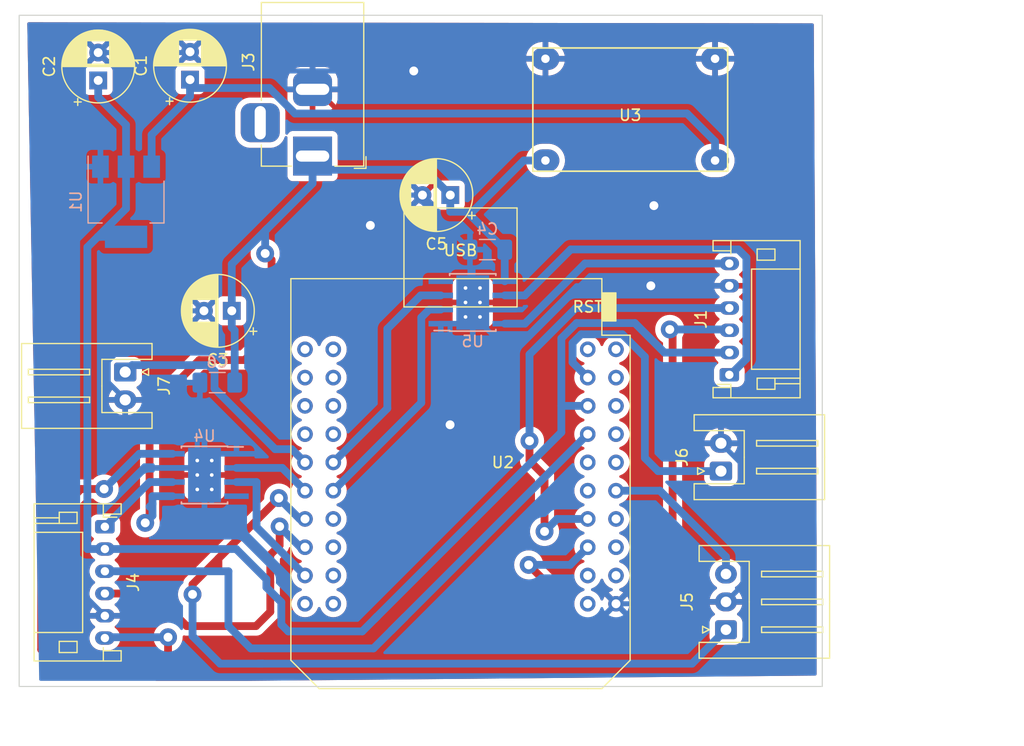
<source format=kicad_pcb>
(kicad_pcb (version 20211014) (generator pcbnew)
  (layers (0 "F.Cu" signal) (31 "B.Cu" signal) (34 "B.Paste" user) (35 "F.Paste" user) (36 "B.SilkS" user "B.Silkscreen") (37 "F.SilkS" user "F.Silkscreen") (38 "B.Mask" user) (39 "F.Mask" user) (44 "Edge.Cuts" user))
  (net 0 "")
  (net 1 "+5V")
  (net 2 "GND")
  (net 3 "+3V3")
  (net 7 "+12V")
  (net 8 "Out_M2A")
  (net 9 "ENC2_A")
  (net 10 "ENC2_B")
  (net 11 "Out_M2B")
  (net 15 "Out_M1A")
  (net 17 "ENC1_A")
  (net 19 "ENC1_B")
  (net 20 "Out_M1B")
  (net 21 "BUT_01")
  (net 27 "BUT_02")
  (net 29 "M2A")
  (net 30 "M2B")
  (net 35 "M1A")
  (net 36 "M1B")
  (net 44 "END_2")
  (net 45 "END_1")
  (footprint "Connector_JST:JST_XH_S2B-XH-A_1x02_P2.50mm_Horizontal" (layer "F.Cu") (at 179.2583 60.2849 90)
    (fp_text reference "J6" (at 1.25 -3.5 90) (layer "F.SilkS"))
    (fp_text value "End 2")
    (pad "1" thru_hole roundrect (at 0 0 90) (size 1.7 2) (drill 1) (layers *.Cu *.Mask) (roundrect_rratio 0.147059) (net 44 "END_2"))
    (pad "2" thru_hole oval (at 2.5 0 90) (size 1.7 2) (drill 1) (layers *.Cu *.Mask) (net 2 "GND"))
  )
  (footprint "Connector_JST:JST_XH_S3B-XH-A_1x03_P2.50mm_Horizontal" (layer "F.Cu") (at 179.7083 74.5349 90)
    (fp_text reference "J5" (at 2.5 -3.5 90) (layer "F.SilkS"))
    (fp_text value "Conn_01x03")
    (pad "1" thru_hole roundrect (at 0 0 90) (size 1.7 1.95) (drill 0.95) (layers *.Cu *.Mask) (roundrect_rratio 0.147059) (net 21 "BUT_01"))
    (pad "2" thru_hole oval (at 2.5 0 90) (size 1.7 1.95) (drill 0.95) (layers *.Cu *.Mask) (net 2 "GND"))
    (pad "3" thru_hole oval (at 5 0 90) (size 1.7 1.95) (drill 0.95) (layers *.Cu *.Mask) (net 27 "BUT_02"))
  )
  (footprint "Connector_JST:JST_PH_S6B-PH-K_1x06_P2.00mm_Horizontal" (layer "F.Cu") (at 180.0083 51.6349 90)
    (fp_text reference "J1" (at 5 -2.55 90) (layer "F.SilkS"))
    (fp_text value "MOT 2")
    (pad "1" thru_hole roundrect (at 0 0 90) (size 1.2 1.75) (drill 0.75) (layers *.Cu *.Mask) (roundrect_rratio 0.2083333333) (net 8 "Out_M2A"))
    (pad "2" thru_hole oval (at 2 0 90) (size 1.2 1.75) (drill 0.75) (layers *.Cu *.Mask) (net 3 "+3V3"))
    (pad "3" thru_hole oval (at 4 0 90) (size 1.2 1.75) (drill 0.75) (layers *.Cu *.Mask) (net 9 "ENC2_A"))
    (pad "4" thru_hole oval (at 6 0 90) (size 1.2 1.75) (drill 0.75) (layers *.Cu *.Mask) (net 10 "ENC2_B"))
    (pad "5" thru_hole oval (at 8 0 90) (size 1.2 1.75) (drill 0.75) (layers *.Cu *.Mask) (net 2 "GND"))
    (pad "6" thru_hole oval (at 10 0 90) (size 1.2 1.75) (drill 0.75) (layers *.Cu *.Mask) (net 11 "Out_M2B"))
  )
  (footprint "Capacitor_THT:CP_Radial_D6.3mm_P2.50mm" (layer "F.Cu") (at 154.9407 35.4849 180)
    (fp_text reference "C5" (at 1.25 -4.4) (layer "F.SilkS"))
    (fp_text value "47uF")
    (pad "1" thru_hole rect (at 0 0 180) (size 1.6 1.6) (drill 0.8) (layers *.Cu *.Mask) (net 7 "+12V"))
    (pad "2" thru_hole circle (at 2.5 0 180) (size 1.6 1.6) (drill 0.8) (layers *.Cu *.Mask) (net 2 "GND"))
  )
  (footprint "ESP32_mini:ESP32_mini" (layer "F.Cu") (at 155.8583 60.7749 180)
    (fp_text reference "U2" (at -3.81 1.27) (layer "F.SilkS"))
    (fp_text value "mini_esp32")
    (fp_text user "USB" (at 0 20.32) (layer "F.SilkS"))
    (fp_text user "RST" (at -11.43 15.24) (layer "F.SilkS"))
    (pad "1" thru_hole circle locked (at -13.97 -11.43 90) (size 1.4 1.4) (drill 0.8) (layers *.Cu *.Mask) (net 2 "GND"))
    (pad "2" thru_hole circle locked (at -11.43 -11.43 90) (size 1.4 1.4) (drill 0.8) (layers *.Cu *.Mask))
    (pad "3" thru_hole circle locked (at -13.97 -8.89 90) (size 1.4 1.4) (drill 0.8) (layers *.Cu *.Mask))
    (pad "4" thru_hole circle locked (at -11.43 -8.89 90) (size 1.4 1.4) (drill 0.8) (layers *.Cu *.Mask))
    (pad "5" thru_hole circle locked (at -13.97 -6.35 90) (size 1.4 1.4) (drill 0.8) (layers *.Cu *.Mask))
    (pad "6" thru_hole circle locked (at -11.43 -6.35 90) (size 1.4 1.4) (drill 0.8) (layers *.Cu *.Mask) (net 9 "ENC2_A"))
    (pad "7" thru_hole circle locked (at -13.97 -3.81 90) (size 1.4 1.4) (drill 0.8) (layers *.Cu *.Mask))
    (pad "8" thru_hole circle locked (at -11.43 -3.81 90) (size 1.4 1.4) (drill 0.8) (layers *.Cu *.Mask) (net 10 "ENC2_B"))
    (pad "9" thru_hole circle locked (at -13.97 -1.27 90) (size 1.4 1.4) (drill 0.8) (layers *.Cu *.Mask) (net 27 "BUT_02"))
    (pad "10" thru_hole circle locked (at -11.43 -1.27 90) (size 1.4 1.4) (drill 0.8) (layers *.Cu *.Mask))
    (pad "11" thru_hole circle locked (at -13.97 1.27 90) (size 1.4 1.4) (drill 0.8) (layers *.Cu *.Mask))
    (pad "12" thru_hole circle locked (at -11.43 1.27 90) (size 1.4 1.4) (drill 0.8) (layers *.Cu *.Mask))
    (pad "13" thru_hole circle locked (at -13.97 3.81 90) (size 1.4 1.4) (drill 0.8) (layers *.Cu *.Mask))
    (pad "14" thru_hole circle locked (at -11.43 3.81 90) (size 1.4 1.4) (drill 0.8) (layers *.Cu *.Mask) (net 17 "ENC1_A"))
    (pad "15" thru_hole circle locked (at -13.97 6.35 90) (size 1.4 1.4) (drill 0.8) (layers *.Cu *.Mask))
    (pad "16" thru_hole circle locked (at -11.43 6.35 90) (size 1.4 1.4) (drill 0.8) (layers *.Cu *.Mask) (net 3 "+3V3"))
    (pad "17" thru_hole circle locked (at -13.97 8.89 90) (size 1.4 1.4) (drill 0.8) (layers *.Cu *.Mask))
    (pad "18" thru_hole circle locked (at -11.43 8.89 90) (size 1.4 1.4) (drill 0.8) (layers *.Cu *.Mask) (net 44 "END_2"))
    (pad "19" thru_hole circle locked (at -13.97 11.43 90) (size 1.4 1.4) (drill 0.8) (layers *.Cu *.Mask))
    (pad "20" thru_hole circle locked (at -11.43 11.43 90) (size 1.4 1.4) (drill 0.8) (layers *.Cu *.Mask))
    (pad "21" thru_hole circle locked (at 11.43 -11.43 90) (size 1.4 1.4) (drill 0.8) (layers *.Cu *.Mask))
    (pad "22" thru_hole circle locked (at 13.97 -11.43 90) (size 1.4 1.4) (drill 0.8) (layers *.Cu *.Mask))
    (pad "23" thru_hole circle locked (at 11.43 -8.89 90) (size 1.4 1.4) (drill 0.8) (layers *.Cu *.Mask))
    (pad "24" thru_hole circle locked (at 13.97 -8.89 90) (size 1.4 1.4) (drill 0.8) (layers *.Cu *.Mask) (net 35 "M1A"))
    (pad "25" thru_hole circle locked (at 11.43 -6.35 90) (size 1.4 1.4) (drill 0.8) (layers *.Cu *.Mask))
    (pad "26" thru_hole circle locked (at 13.97 -6.35 90) (size 1.4 1.4) (drill 0.8) (layers *.Cu *.Mask) (net 19 "ENC1_B"))
    (pad "27" thru_hole circle locked (at 11.43 -3.81 90) (size 1.4 1.4) (drill 0.8) (layers *.Cu *.Mask))
    (pad "28" thru_hole circle locked (at 13.97 -3.81 90) (size 1.4 1.4) (drill 0.8) (layers *.Cu *.Mask) (net 21 "BUT_01"))
    (pad "29" thru_hole circle locked (at 11.43 -1.27 90) (size 1.4 1.4) (drill 0.8) (layers *.Cu *.Mask) (net 30 "M2B"))
    (pad "30" thru_hole circle locked (at 13.97 -1.27 90) (size 1.4 1.4) (drill 0.8) (layers *.Cu *.Mask) (net 36 "M1B"))
    (pad "31" thru_hole circle locked (at 11.43 1.27 90) (size 1.4 1.4) (drill 0.8) (layers *.Cu *.Mask) (net 29 "M2A"))
    (pad "32" thru_hole circle locked (at 13.97 1.27 90) (size 1.4 1.4) (drill 0.8) (layers *.Cu *.Mask) (net 45 "END_1"))
    (pad "33" thru_hole circle locked (at 11.43 3.81 90) (size 1.4 1.4) (drill 0.8) (layers *.Cu *.Mask))
    (pad "34" thru_hole circle locked (at 13.97 3.81 90) (size 1.4 1.4) (drill 0.8) (layers *.Cu *.Mask))
    (pad "35" thru_hole circle locked (at 11.43 6.35 90) (size 1.4 1.4) (drill 0.8) (layers *.Cu *.Mask))
    (pad "36" thru_hole circle locked (at 13.97 6.35 90) (size 1.4 1.4) (drill 0.8) (layers *.Cu *.Mask))
    (pad "37" thru_hole circle locked (at 11.43 8.89 90) (size 1.4 1.4) (drill 0.8) (layers *.Cu *.Mask))
    (pad "38" thru_hole circle locked (at 13.97 8.89 90) (size 1.4 1.4) (drill 0.8) (layers *.Cu *.Mask))
    (pad "39" thru_hole circle locked (at 11.43 11.43 90) (size 1.4 1.4) (drill 0.8) (layers *.Cu *.Mask))
    (pad "40" thru_hole circle locked (at 13.97 11.43 90) (size 1.4 1.4) (drill 0.8) (layers *.Cu *.Mask))
  )
  (footprint "Capacitor_THT:CP_Radial_D6.3mm_P2.50mm" (layer "F.Cu") (at 135.3083 45.8849 180)
    (fp_text reference "C3" (at 1.25 -4.4) (layer "F.SilkS"))
    (fp_text value "47uF")
    (pad "1" thru_hole rect (at 0 0 180) (size 1.6 1.6) (drill 0.8) (layers *.Cu *.Mask) (net 7 "+12V"))
    (pad "2" thru_hole circle (at 2.5 0 180) (size 1.6 1.6) (drill 0.8) (layers *.Cu *.Mask) (net 2 "GND"))
  )
  (footprint "Connector_JST:JST_XH_S2B-XH-A_1x02_P2.50mm_Horizontal" (layer "F.Cu") (at 125.7333 51.3849 -90)
    (fp_text reference "J7" (at 1.25 -3.5 90) (layer "F.SilkS"))
    (fp_text value "End 1")
    (pad "1" thru_hole roundrect (at 0 0 270) (size 1.7 2) (drill 1) (layers *.Cu *.Mask) (roundrect_rratio 0.147059) (net 45 "END_1"))
    (pad "2" thru_hole oval (at 2.5 0 270) (size 1.7 2) (drill 1) (layers *.Cu *.Mask) (net 2 "GND"))
  )
  (footprint "Mini360_step-down:Mini360_step-down" (layer "F.Cu") (at 171.1083 27.8099)
    (fp_text reference "U3" (at 0 0.5) (layer "F.SilkS"))
    (fp_text value "Mini360")
    (pad "1" thru_hole oval locked (at -7.62 -4.57) (size 2.5 2) (drill 0.762) (layers *.Cu *.Mask) (net 2 "GND"))
    (pad "2" thru_hole oval locked (at -7.62 4.57) (size 2.5 2) (drill 0.762) (layers *.Cu *.Mask) (net 7 "+12V"))
    (pad "3" thru_hole oval locked (at 7.62 -4.57) (size 2.5 2) (drill 0.762) (layers *.Cu *.Mask) (net 2 "GND"))
    (pad "4" thru_hole oval locked (at 7.62 4.57) (size 2.5 2) (drill 0.762) (layers *.Cu *.Mask) (net 1 "+5V"))
  )
  (footprint "Capacitor_THT:CP_Radial_D6.3mm_P2.50mm" (layer "F.Cu") (at 123.3083 25.1849 90)
    (fp_text reference "C2" (at 1.25 -4.4 90) (layer "F.SilkS"))
    (fp_text value "2.2uF")
    (pad "1" thru_hole rect (at 0 0 90) (size 1.6 1.6) (drill 0.8) (layers *.Cu *.Mask) (net 3 "+3V3"))
    (pad "2" thru_hole circle (at 2.5 0 90) (size 1.6 1.6) (drill 0.8) (layers *.Cu *.Mask) (net 2 "GND"))
  )
  (footprint "Capacitor_THT:CP_Radial_D6.3mm_P2.50mm" (layer "F.Cu") (at 131.5583 25.1173 90)
    (fp_text reference "C1" (at 1.25 -4.4 90) (layer "F.SilkS"))
    (fp_text value "1uF")
    (pad "1" thru_hole rect (at 0 0 90) (size 1.6 1.6) (drill 0.8) (layers *.Cu *.Mask) (net 1 "+5V"))
    (pad "2" thru_hole circle (at 2.5 0 90) (size 1.6 1.6) (drill 0.8) (layers *.Cu *.Mask) (net 2 "GND"))
  )
  (footprint "Connector_BarrelJack:BarrelJack_Horizontal" (layer "F.Cu") (at 142.5658 31.9849 -90)
    (fp_text reference "J3" (at -8.45 5.75 90) (layer "F.SilkS"))
    (fp_text value "Barrel_Jack_Switch")
    (pad "1" thru_hole rect (at 0 0 270) (size 3.5 3.5) (drill oval 1 3) (layers *.Cu *.Mask) (net 7 "+12V"))
    (pad "2" thru_hole roundrect (at -6 0 270) (size 3 3.5) (drill oval 1 3) (layers *.Cu *.Mask) (net 2 "GND"))
    (pad "3" thru_hole roundrect (at -3 4.7 270) (size 3.5 3.5) (drill oval 3 1) (layers *.Cu *.Mask))
  )
  (footprint "Connector_JST:JST_PH_S6B-PH-K_1x06_P2.00mm_Horizontal" (layer "F.Cu") (at 123.9083 65.2849 -90)
    (fp_text reference "J4" (at 5 -2.55 90) (layer "F.SilkS"))
    (fp_text value "MOT 1")
    (pad "1" thru_hole roundrect (at 0 0 270) (size 1.2 1.75) (drill 0.75) (layers *.Cu *.Mask) (roundrect_rratio 0.2083333333) (net 15 "Out_M1A"))
    (pad "2" thru_hole oval (at 2 0 270) (size 1.2 1.75) (drill 0.75) (layers *.Cu *.Mask) (net 3 "+3V3"))
    (pad "3" thru_hole oval (at 4 0 270) (size 1.2 1.75) (drill 0.75) (layers *.Cu *.Mask) (net 17 "ENC1_A"))
    (pad "4" thru_hole oval (at 6 0 270) (size 1.2 1.75) (drill 0.75) (layers *.Cu *.Mask) (net 19 "ENC1_B"))
    (pad "5" thru_hole oval (at 8 0 270) (size 1.2 1.75) (drill 0.75) (layers *.Cu *.Mask) (net 2 "GND"))
    (pad "6" thru_hole oval (at 10 0 270) (size 1.2 1.75) (drill 0.75) (layers *.Cu *.Mask) (net 20 "Out_M1B"))
  )
  (footprint "Capacitor_SMD:C_1206_3216Metric_Pad1.33x1.80mm_HandSolder" (layer "B.Cu") (at 158.2708 40.3849 180)
    (fp_text reference "C4" (at 0 1.85) (layer "B.SilkS") (effects (justify mirror)))
    (fp_text value "0.1uF")
    (pad "1" smd roundrect (at -1.5625 0 180) (size 1.325 1.8) (layers "B.Cu" "B.Paste" "B.Mask") (roundrect_rratio 0.1886792453) (net 7 "+12V"))
    (pad "2" smd roundrect (at 1.5625 0 180) (size 1.325 1.8) (layers "B.Cu" "B.Paste" "B.Mask") (roundrect_rratio 0.1886792453) (net 2 "GND"))
  )
  (footprint "Package_TO_SOT_SMD:SOT-223-3_TabPin2" (layer "B.Cu") (at 125.8083 36.0849 -90)
    (fp_text reference "U1" (at 0 4.5 90) (layer "B.SilkS") (effects (justify mirror)))
    (fp_text value "AP1117-33")
    (pad "1" smd rect (at -3.15 2.3 270) (size 2 1.5) (layers "B.Cu" "B.Paste" "B.Mask") (net 2 "GND"))
    (pad "2" smd rect (at 3.15 0 270) (size 2 3.8) (layers "B.Cu" "B.Paste" "B.Mask") (net 3 "+3V3"))
    (pad "2" smd rect (at -3.15 0 270) (size 2 1.5) (layers "B.Cu" "B.Paste" "B.Mask") (net 3 "+3V3"))
    (pad "3" smd rect (at -3.15 -2.3 270) (size 2 1.5) (layers "B.Cu" "B.Paste" "B.Mask") (net 1 "+5V"))
  )
  (footprint "Package_SO:Texas_HTSOP-8-1EP_3.9x4.9mm_P1.27mm_EP2.95x4.9mm_Mask2.4x3.1mm_ThermalVias" (layer "B.Cu") (at 132.8583 60.6349 180)
    (fp_text reference "U4" (at 0 3.5) (layer "B.SilkS") (effects (justify mirror)))
    (fp_text value "DRV8872DDA")
    (pad "1" smd rect (at -2.875 1.905 180) (size 2.2 0.5) (layers "B.Cu" "B.Paste" "B.Mask") (net 2 "GND"))
    (pad "2" smd rect (at -2.875 0.635 180) (size 2.2 0.5) (layers "B.Cu" "B.Paste" "B.Mask") (net 36 "M1B"))
    (pad "3" smd rect (at -2.875 -0.635 180) (size 2.2 0.5) (layers "B.Cu" "B.Paste" "B.Mask") (net 35 "M1A"))
    (pad "4" smd rect (at -2.875 -1.905 180) (size 2.2 0.5) (layers "B.Cu" "B.Paste" "B.Mask"))
    (pad "5" smd rect (at 2.875 -1.905 180) (size 2.2 0.5) (layers "B.Cu" "B.Paste" "B.Mask") (net 7 "+12V"))
    (pad "6" smd rect (at 2.875 -0.635 180) (size 2.2 0.5) (layers "B.Cu" "B.Paste" "B.Mask") (net 15 "Out_M1A"))
    (pad "7" smd rect (at 2.875 0.635 180) (size 2.2 0.5) (layers "B.Cu" "B.Paste" "B.Mask") (net 2 "GND"))
    (pad "8" smd rect (at 2.875 1.905 180) (size 2.2 0.5) (layers "B.Cu" "B.Paste" "B.Mask") (net 20 "Out_M1B"))
    (pad "9" smd rect (at 0 0 180) (size 2.95 4.9) (layers "B.Cu") (net 2 "GND"))
    (pad "9" thru_hole circle (at -0.65 1.3 180) (size 0.63 0.63) (drill 0.33) (layers *.Cu *.Mask) (net 2 "GND"))
    (pad "9" thru_hole circle (at -0.65 -1.3 180) (size 0.63 0.63) (drill 0.33) (layers *.Cu *.Mask) (net 2 "GND"))
    (pad "9" thru_hole circle (at 0.65 0 180) (size 0.63 0.63) (drill 0.33) (layers *.Cu *.Mask) (net 2 "GND"))
    (pad "9" thru_hole circle (at 0.65 -1.3 180) (size 0.63 0.63) (drill 0.33) (layers *.Cu *.Mask) (net 2 "GND"))
    (pad "9" thru_hole circle (at 0.65 1.3 180) (size 0.63 0.63) (drill 0.33) (layers *.Cu *.Mask) (net 2 "GND"))
    (pad "9" thru_hole circle (at -0.65 0 180) (size 0.63 0.63) (drill 0.33) (layers *.Cu *.Mask) (net 2 "GND"))
    (pad "9" smd rect (at 0 0 180) (size 2.6 3.3) (layers "F.Cu") (net 2 "GND"))
  )
  (footprint "Package_SO:Texas_HTSOP-8-1EP_3.9x4.9mm_P1.27mm_EP2.95x4.9mm_Mask2.4x3.1mm_ThermalVias" (layer "B.Cu") (at 156.9583 45.1349)
    (fp_text reference "U5" (at 0 3.5) (layer "B.SilkS") (effects (justify mirror)))
    (fp_text value "DRV8872DDA")
    (pad "1" smd rect (at -2.875 1.905) (size 2.2 0.5) (layers "B.Cu" "B.Paste" "B.Mask") (net 2 "GND"))
    (pad "2" smd rect (at -2.875 0.635) (size 2.2 0.5) (layers "B.Cu" "B.Paste" "B.Mask") (net 30 "M2B"))
    (pad "3" smd rect (at -2.875 -0.635) (size 2.2 0.5) (layers "B.Cu" "B.Paste" "B.Mask") (net 29 "M2A"))
    (pad "4" smd rect (at -2.875 -1.905) (size 2.2 0.5) (layers "B.Cu" "B.Paste" "B.Mask"))
    (pad "5" smd rect (at 2.875 -1.905) (size 2.2 0.5) (layers "B.Cu" "B.Paste" "B.Mask") (net 7 "+12V"))
    (pad "6" smd rect (at 2.875 -0.635) (size 2.2 0.5) (layers "B.Cu" "B.Paste" "B.Mask") (net 8 "Out_M2A"))
    (pad "7" smd rect (at 2.875 0.635) (size 2.2 0.5) (layers "B.Cu" "B.Paste" "B.Mask") (net 2 "GND"))
    (pad "8" smd rect (at 2.875 1.905) (size 2.2 0.5) (layers "B.Cu" "B.Paste" "B.Mask") (net 11 "Out_M2B"))
    (pad "9" thru_hole circle (at 0.65 1.3) (size 0.63 0.63) (drill 0.33) (layers *.Cu *.Mask) (net 2 "GND"))
    (pad "9" smd rect (at 0 0) (size 2.95 4.9) (layers "B.Cu") (net 2 "GND"))
    (pad "9" thru_hole circle (at -0.65 1.3) (size 0.63 0.63) (drill 0.33) (layers *.Cu *.Mask) (net 2 "GND"))
    (pad "9" smd rect (at 0 0) (size 2.6 3.3) (layers "F.Cu") (net 2 "GND"))
    (pad "9" thru_hole circle (at 0.65 -1.3) (size 0.63 0.63) (drill 0.33) (layers *.Cu *.Mask) (net 2 "GND"))
    (pad "9" thru_hole circle (at -0.65 -1.3) (size 0.63 0.63) (drill 0.33) (layers *.Cu *.Mask) (net 2 "GND"))
    (pad "9" thru_hole circle (at -0.65 0) (size 0.63 0.63) (drill 0.33) (layers *.Cu *.Mask) (net 2 "GND"))
    (pad "9" thru_hole circle (at 0.65 0) (size 0.63 0.63) (drill 0.33) (layers *.Cu *.Mask) (net 2 "GND"))
  )
  (footprint "Capacitor_SMD:C_1206_3216Metric_Pad1.33x1.80mm_HandSolder" (layer "B.Cu") (at 134.0083 52.3349 180)
    (fp_text reference "C6" (at 0 1.85) (layer "B.SilkS") (effects (justify mirror)))
    (fp_text value "0.1uF")
    (pad "1" smd roundrect (at -1.5625 0 180) (size 1.325 1.8) (layers "B.Cu" "B.Paste" "B.Mask") (roundrect_rratio 0.1886792453) (net 7 "+12V"))
    (pad "2" smd roundrect (at 1.5625 0 180) (size 1.325 1.8) (layers "B.Cu" "B.Paste" "B.Mask") (roundrect_rratio 0.1886792453) (net 2 "GND"))
  )
  (gr_rect (start 116.20831 19.332538) (end 188.360763 79.6349) (layer "Edge.Cuts") (width 0.1) (fill none))
  (segment (start 131.5583 25.1173) (end 131.5583 25.8673) (width 0.7) (layer "B.Cu") (net 1))
  (segment (start 131.5583 25.8673) (end 138.6904 25.8673) (width 0.7) (layer "B.Cu") (net 1))
  (segment (start 128.1083 30.0673) (end 131.5583 26.6173) (width 0.7) (layer "B.Cu") (net 1))
  (segment (start 176.2095 28.1611) (end 178.7283 30.6799) (width 0.7) (layer "B.Cu") (net 1))
  (segment (start 140.9842 28.1611) (end 176.2095 28.1611) (width 0.7) (layer "B.Cu") (net 1))
  (segment (start 131.5583 25.8673) (end 131.5583 26.6173) (width 0.7) (layer "B.Cu") (net 1))
  (segment (start 178.7283 32.3799) (end 178.7283 30.6799) (width 0.7) (layer "B.Cu") (net 1))
  (segment (start 138.6904 25.8673) (end 140.9842 28.1611) (width 0.7) (layer "B.Cu") (net 1))
  (segment (start 128.1083 32.9349) (end 128.1083 30.0673) (width 0.7) (layer "B.Cu") (net 1))
  (segment (start 173.23331 43.3599) (end 172.95831 43.6349) (width 0.45) (layer "F.Cu") (net 2))
  (segment (start 132.8583 60.6349) (end 133.5083 60.6349) (width 0.45) (layer "F.Cu") (net 2))
  (segment (start 147.75831 48.9599) (end 154.9208 56.12239) (width 0.45) (layer "F.Cu") (net 2))
  (segment (start 142.9407 25.9849) (end 142.5658 25.9849) (width 0.45) (layer "F.Cu") (net 2))
  (segment (start 151.65831 24.3349) (end 151.65831 26.6099) (width 0.45) (layer "F.Cu") (net 2))
  (segment (start 147.612005 30.656205) (end 142.9407 25.9849) (width 0.45) (layer "F.Cu") (net 2))
  (segment (start 173.23331 36.4349) (end 173.23331 43.3599) (width 0.45) (layer "F.Cu") (net 2))
  (segment (start 147.75831 38.2099) (end 147.75831 48.9599) (width 0.45) (layer "F.Cu") (net 2))
  (segment (start 147.77081 30.4974) (end 147.77081 38.1974) (width 0.45) (layer "F.Cu") (net 2))
  (segment (start 179.2583 57.7849) (end 179.2583 56.3599) (width 0.45) (layer "F.Cu") (net 2))
  (segment (start 147.77081 38.1974) (end 147.75831 38.2099) (width 0.45) (layer "F.Cu") (net 2))
  (segment (start 156.9583 45.1349) (end 157.6083 45.1349) (width 0.45) (layer "F.Cu") (net 2))
  (segment (start 147.77081 30.4974) (end 147.612005 30.656205) (width 0.45) (layer "F.Cu") (net 2))
  (segment (start 151.65831 26.6099) (end 147.77081 30.4974) (width 0.45) (layer "F.Cu") (net 2))
  (via (at 154.9208 56.12239) (size 1.6) (drill 0.8) (layers "F.Cu" "B.Cu") (net 2))
  (via (at 147.75831 38.2099) (size 1.6) (drill 0.8) (layers "F.Cu" "B.Cu") (net 2))
  (via (at 173.23331 36.4349) (size 1.6) (drill 0.8) (layers "F.Cu" "B.Cu") (net 2))
  (via (at 172.95831 43.6349) (size 1.6) (drill 0.8) (layers "F.Cu" "B.Cu") (net 2))
  (via (at 151.65831 24.3349) (size 1.6) (drill 0.8) (layers "F.Cu" "B.Cu") (net 2))
  (segment (start 132.2083 60.6349) (end 132.8583 60.6349) (width 0.45) (layer "B.Cu") (net 2))
  (segment (start 121.4571 33.7111) (end 121.4571 70.8337) (width 0.45) (layer "B.Cu") (net 2))
  (segment (start 160.5683 24.3349) (end 161.6633 23.2399) (width 0.45) (layer "B.Cu") (net 2))
  (segment (start 122.2333 32.9349) (end 121.4571 33.7111) (width 0.45) (layer "B.Cu") (net 2))
  (segment (start 124.207 52.3064) (end 124.207 50.419) (width 0.45) (layer "B.Cu") (net 2))
  (segment (start 123.5083 32.9349) (end 122.2333 32.9349) (width 0.45) (layer "B.Cu") (net 2))
  (segment (start 132.2083 59.9999) (end 131.6583 59.9999) (width 0.45) (layer "B.Cu") (net 2))
  (segment (start 125.7333 53.8849) (end 125.9718 53.8849) (width 0.45) (layer "B.Cu") (net 2))
  (segment (start 123.3083 22.6849) (end 121.9791 24.0141) (width 0.45) (layer "B.Cu") (net 2))
  (segment (start 125.9718 53.8849) (end 125.7855 53.8849) (width 0.45) (layer "B.Cu") (net 2))
  (segment (start 133.5083 61.9349) (end 133.5083 60.6349) (width 0.45) (layer "B.Cu") (net 2))
  (segment (start 147.75831 38.2099) (end 150.48331 35.4849) (width 0.45) (layer "B.Cu") (net 2))
  (segment (start 142.5658 24.3349) (end 149.95831 24.3349) (width 0.45) (layer "B.Cu") (net 2))
  (segment (start 157.6083 46.4349) (end 156.3083 46.4349) (width 0.45) (layer "B.Cu") (net 2))
  (segment (start 125.9718 53.8849) (end 127.3083 53.8849) (width 0.45) (layer "B.Cu") (net 2))
  (segment (start 142.5658 25.9849) (end 142.5658 24.3349) (width 0.45) (layer "B.Cu") (net 2))
  (segment (start 157.6083 45.7699) (end 158.1583 45.7699) (width 0.45) (layer "B.Cu") (net 2))
  (segment (start 156.7083 40.3849) (end 152.4407 36.1173) (width 0.45) (layer "B.Cu") (net 2))
  (segment (start 132.4458 53.6474) (end 132.2083 53.8849) (width 0.45) (layer "B.Cu") (net 2))
  (segment (start 128.7411 45.8849) (end 132.8083 45.8849) (width 0.45) (layer "B.Cu") (net 2))
  (segment (start 154.9208 47.0399) (end 155.7583 47.0399) (width 0.45) (layer "B.Cu") (net 2))
  (segment (start 157.6083 43.8349) (end 157.6083 45.1349) (width 0.45) (layer "B.Cu") (net 2))
  (segment (start 181.2383 60.21489) (end 181.2383 70.5049) (width 0.45) (layer "B.Cu") (net 2))
  (segment (start 185.88331 53.6349) (end 185.88331 39.7099) (width 0.45) (layer "B.Cu") (net 2))
  (segment (start 166.2763 43.6349) (end 172.95831 43.6349) (width 0.45) (layer "B.Cu") (net 2))
  (segment (start 152.4407 36.1173) (end 152.4407 35.4849) (width 0.45) (layer "B.Cu") (net 2))
  (segment (start 156.7083 43.8349) (end 156.7083 40.3849) (width 0.45) (layer "B.Cu") (net 2))
  (segment (start 157.6083 43.8349) (end 156.7083 43.8349) (width 0.45) (layer "B.Cu") (net 2))
  (segment (start 132.4458 52.3349) (end 132.4458 53.6474) (width 0.45) (layer "B.Cu") (net 2))
  (segment (start 169.8283 72.2049) (end 177.9883 72.2049) (width 0.45) (layer "B.Cu") (net 2))
  (segment (start 124.207 50.419) (end 128.7411 45.8849) (width 0.45) (layer "B.Cu") (net 2))
  (segment (start 121.9791 32.7307) (end 122.1833 32.9349) (width 0.45) (layer "B.Cu") (net 2))
  (segment (start 156.3083 46.4349) (end 155.7583 46.9849) (width 0.45) (layer "B.Cu") (net 2))
  (segment (start 134.0583 58.7849) (end 134.0583 58.7299) (width 0.45) (layer "B.Cu") (net 2))
  (segment (start 135.7333 58.7299) (end 134.0583 58.7299) (width 0.45) (layer "B.Cu") (net 2))
  (segment (start 181.2383 59.7649) (end 181.2383 60.21489) (width 0.45) (layer "B.Cu") (net 2))
  (segment (start 149.95831 24.3349) (end 151.65831 24.3349) (width 0.45) (layer "B.Cu") (net 2))
  (segment (start 175.00831 36.5599) (end 173.35831 36.5599) (width 0.45) (layer "B.Cu") (net 2))
  (segment (start 121.9791 24.0141) (end 121.9791 32.7307) (width 0.45) (layer "B.Cu") (net 2))
  (segment (start 133.5083 60.6349) (end 133.5083 59.3349) (width 0.45) (layer "B.Cu") (net 2))
  (segment (start 133.5083 63.0406) (end 133.5083 61.9349) (width 0.45) (layer "B.Cu") (net 2))
  (segment (start 131.5583 22.6173) (end 131.4907 22.6849) (width 0.45) (layer "B.Cu") (net 2))
  (segment (start 163.4883 23.2399) (end 161.6633 23.2399) (width 0.45) (layer "B.Cu") (net 2))
  (segment (start 157.6083 46.9224) (end 158.6218 47.9359) (width 0.45) (layer "B.Cu") (net 2))
  (segment (start 157.6083 45.1349) (end 157.6083 45.7699) (width 0.45) (layer "B.Cu") (net 2))
  (segment (start 151.65831 24.3349) (end 160.5683 24.3349) (width 0.45) (layer "B.Cu") (net 2))
  (segment (start 157.6083 46.4349) (end 157.6083 46.9224) (width 0.45) (layer "B.Cu") (net 2))
  (segment (start 150.48331 35.4849) (end 152.4407 35.4849) (width 0.45) (layer "B.Cu") (net 2))
  (segment (start 181.2383 56.92991) (end 184.53331 53.6349) (width 0.45) (layer "B.Cu") (net 2))
  (segment (start 127.3083 53.8849) (end 132.2083 53.8849) (width 0.45) (layer "B.Cu") (net 2))
  (segment (start 158.6218 47.9359) (end 161.9753 47.9359) (width 0.45) (layer "B.Cu") (net 2))
  (segment (start 178.7283 23.2399) (end 163.4883 23.2399) (width 0.45) (layer "B.Cu") (net 2))
  (segment (start 157.6083 45.1349) (end 156.9583 45.1349) (width 0.45) (layer "B.Cu") (net 2))
  (segment (start 132.2083 53.8849) (end 132.2083 59.3349) (width 0.45) (layer "B.Cu") (net 2))
  (segment (start 142.5658 25.9849) (end 148.30831 25.9849) (width 0.45) (layer "B.Cu") (net 2))
  (segment (start 179.2583 57.7849) (end 181.2383 59.7649) (width 0.45) (layer "B.Cu") (net 2))
  (segment (start 132.2083 59.9999) (end 132.2083 60.6349) (width 0.45) (layer "B.Cu") (net 2))
  (segment (start 172.95831 43.6349) (end 180.0083 43.6349) (width 0.45) (layer "B.Cu") (net 2))
  (segment (start 133.5083 60.6349) (end 132.8583 60.6349) (width 0.45) (layer "B.Cu") (net 2))
  (segment (start 184.53331 53.6349) (end 185.88331 53.6349) (width 0.45) (layer "B.Cu") (net 2))
  (segment (start 181.2383 60.21489) (end 181.2383 56.92991) (width 0.45) (layer "B.Cu") (net 2))
  (segment (start 177.9883 72.2049) (end 178.1583 72.0349) (width 0.45) (layer "B.Cu") (net 2))
  (segment (start 142.5658 24.3349) (end 133.2759 24.3349) (width 0.45) (layer "B.Cu") (net 2))
  (segment (start 132.2083 60.6349) (end 132.2083 61.9349) (width 0.45) (layer "B.Cu") (net 2))
  (segment (start 154.9208 47.0399) (end 154.9208 56.12239) (width 0.45) (layer "B.Cu") (net 2))
  (segment (start 182.73331 36.5599) (end 175.00831 36.5599) (width 0.45) (layer "B.Cu") (net 2))
  (segment (start 148.30831 25.9849) (end 149.95831 24.3349) (width 0.45) (layer "B.Cu") (net 2))
  (segment (start 179.7083 72.0349) (end 178.1583 72.0349) (width 0.45) (layer "B.Cu") (net 2))
  (segment (start 121.4571 70.8337) (end 123.9083 73.2849) (width 0.45) (layer "B.Cu") (net 2))
  (segment (start 122.2333 32.9349) (end 122.1833 32.9349) (width 0.45) (layer "B.Cu") (net 2))
  (segment (start 133.5083 59.3349) (end 134.0583 58.7849) (width 0.45) (layer "B.Cu") (net 2))
  (segment (start 154.0833 47.0399) (end 154.9208 47.0399) (width 0.45) (layer "B.Cu") (net 2))
  (segment (start 181.2383 70.5049) (end 179.7083 72.0349) (width 0.45) (layer "B.Cu") (net 2))
  (segment (start 129.9833 59.9999) (end 131.6583 59.9999) (width 0.45) (layer "B.Cu") (net 2))
  (segment (start 161.9753 47.9359) (end 166.2763 43.6349) (width 0.45) (layer "B.Cu") (net 2))
  (segment (start 125.7855 53.8849) (end 124.207 52.3064) (width 0.45) (layer "B.Cu") (net 2))
  (segment (start 155.7583 46.9849) (end 155.7583 47.0399) (width 0.45) (layer "B.Cu") (net 2))
  (segment (start 157.6083 45.7699) (end 157.6083 46.4349) (width 0.45) (layer "B.Cu") (net 2))
  (segment (start 156.7083 43.8349) (end 156.3083 43.8349) (width 0.45) (layer "B.Cu") (net 2))
  (segment (start 156.3083 45.1349) (end 156.9583 45.1349) (width 0.45) (layer "B.Cu") (net 2))
  (segment (start 131.4907 22.6849) (end 123.3083 22.6849) (width 0.45) (layer "B.Cu") (net 2))
  (segment (start 159.8333 45.7699) (end 158.1583 45.7699) (width 0.45) (layer "B.Cu") (net 2))
  (segment (start 185.88331 39.7099) (end 182.73331 36.5599) (width 0.45) (layer "B.Cu") (net 2))
  (segment (start 133.2759 24.3349) (end 131.5583 22.6173) (width 0.45) (layer "B.Cu") (net 2))
  (segment (start 173.35831 36.5599) (end 173.23331 36.4349) (width 0.45) (layer "B.Cu") (net 2))
  (segment (start 132.2083 59.3349) (end 132.2083 59.9999) (width 0.45) (layer "B.Cu") (net 2))
  (segment (start 164.9154 54.4249) (end 167.2883 54.4249) (width 0.7) (layer "B.Cu") (net 3))
  (segment (start 123.3316 39.2349) (end 123.27 39.2349) (width 0.7) (layer "B.Cu") (net 3))
  (segment (start 140.38331 74.6849) (end 147.0283 74.6849) (width 0.7) (layer "B.Cu") (net 3))
  (segment (start 123.27 39.2349) (end 125.8083 36.6966) (width 0.7) (layer "B.Cu") (net 3))
  (segment (start 123.3083 25.1849) (end 123.3083 26.6849) (width 0.7) (layer "B.Cu") (net 3))
  (segment (start 147.0283 74.6849) (end 148.343305 73.369895) (width 0.7) (layer "B.Cu") (net 3))
  (segment (start 125.8083 32.9349) (end 125.8083 29.1849) (width 0.7) (layer "B.Cu") (net 3))
  (segment (start 135.7005 67.2849) (end 123.9083 67.2849) (width 0.7) (layer "B.Cu") (net 3))
  (segment (start 123.5201 39.2349) (end 123.3316 39.2349) (width 0.7) (layer "B.Cu") (net 3))
  (segment (start 138.731705 71.036505) (end 139.75831 72.06311) (width 0.7) (layer "B.Cu") (net 3))
  (segment (start 123.9083 67.2849) (end 122.3333 67.2849) (width 0.7) (layer "B.Cu") (net 3))
  (segment (start 174.1734 49.6349) (end 180.0083 49.6349) (width 0.7) (layer "B.Cu") (net 3))
  (segment (start 139.75831 74.0599) (end 140.38331 74.6849) (width 0.7) (layer "B.Cu") (net 3))
  (segment (start 138.731705 71.036505) (end 138.4196 70.7244) (width 0.7) (layer "B.Cu") (net 3))
  (segment (start 164.9154 56.7978) (end 148.343305 73.369895) (width 0.7) (layer "B.Cu") (net 3))
  (segment (start 138.4196 70.004) (end 135.7005 67.2849) (width 0.7) (layer "B.Cu") (net 3))
  (segment (start 171.526 46.9875) (end 174.1734 49.6349) (width 0.7) (layer "B.Cu") (net 3))
  (segment (start 123.27 39.2349) (end 122.3333 40.1716) (width 0.7) (layer "B.Cu") (net 3))
  (segment (start 148.343305 73.369895) (end 148.1224 73.5908) (width 0.7) (layer "B.Cu") (net 3))
  (segment (start 125.8083 36.6966) (end 125.8083 32.9349) (width 0.7) (layer "B.Cu") (net 3))
  (segment (start 138.4196 70.7244) (end 138.4196 70.004) (width 0.7) (layer "B.Cu") (net 3))
  (segment (start 122.3333 40.1716) (end 122.3333 67.2849) (width 0.7) (layer "B.Cu") (net 3))
  (segment (start 166.2874 46.9875) (end 171.526 46.9875) (width 0.7) (layer "B.Cu") (net 3))
  (segment (start 164.9154 54.4249) (end 164.9154 48.3595) (width 0.7) (layer "B.Cu") (net 3))
  (segment (start 139.75831 72.06311) (end 139.75831 74.0599) (width 0.7) (layer "B.Cu") (net 3))
  (segment (start 164.9154 54.4249) (end 164.9154 56.7978) (width 0.7) (layer "B.Cu") (net 3))
  (segment (start 125.8083 29.1849) (end 123.3083 26.6849) (width 0.7) (layer "B.Cu") (net 3))
  (segment (start 164.9154 48.3595) (end 166.2874 46.9875) (width 0.7) (layer "B.Cu") (net 3))
  (segment (start 125.8083 39.2349) (end 123.5201 39.2349) (width 0.7) (layer "B.Cu") (net 3))
  (segment (start 127.9232 54.77) (end 127.9232 64.54501) (width 0.7) (layer "F.Cu") (net 7))
  (segment (start 138.88331 47.8849) (end 136.458315 50.309895) (width 0.7) (layer "F.Cu") (net 7))
  (segment (start 138.30831 40.7349) (end 138.88331 41.3099) (width 0.7) (layer "F.Cu") (net 7))
  (segment (start 138.88331 41.3099) (end 138.88331 47.8849) (width 0.7) (layer "F.Cu") (net 7))
  (segment (start 136.458315 50.309895) (end 132.383305 50.309895) (width 0.7) (layer "F.Cu") (net 7))
  (segment (start 127.9232 64.54501) (end 127.53331 64.9349) (width 0.7) (layer "F.Cu") (net 7))
  (segment (start 132.383305 50.309895) (end 127.9232 54.77) (width 0.7) (layer "F.Cu") (net 7))
  (via (at 138.30831 40.7349) (size 1.6) (drill 0.8) (layers "F.Cu" "B.Cu") (net 7))
  (via (at 127.53331 64.9349) (size 1.6) (drill 0.8) (layers "F.Cu" "B.Cu") (net 7))
  (segment (start 142.5658 33.2099) (end 142.5658 34.4349) (width 0.7) (layer "B.Cu") (net 7))
  (segment (start 159.8333 43.2299) (end 159.8333 40.3849) (width 0.7) (layer "B.Cu") (net 7))
  (segment (start 135.5708 52.3349) (end 135.5708 47.6474) (width 0.7) (layer "B.Cu") (net 7))
  (segment (start 138.30831 38.69239) (end 138.30831 40.7349) (width 0.7) (layer "B.Cu") (net 7))
  (segment (start 163.4883 32.3799) (end 161.5383 32.3799) (width 0.7) (layer "B.Cu") (net 7))
  (segment (start 135.5708 47.6474) (end 135.3083 47.3849) (width 0.7) (layer "B.Cu") (net 7))
  (segment (start 135.3083 45.8849) (end 135.3083 47.3849) (width 0.7) (layer "B.Cu") (net 7))
  (segment (start 129.9833 62.5399) (end 128.1833 62.5399) (width 0.7) (layer "B.Cu") (net 7))
  (segment (start 128.1833 64.28491) (end 127.53331 64.9349) (width 0.7) (layer "B.Cu") (net 7))
  (segment (start 156.6833 37.2349) (end 156.4333 36.9849) (width 0.7) (layer "B.Cu") (net 7))
  (segment (start 142.5658 31.9849) (end 142.5658 33.2099) (width 0.7) (layer "B.Cu") (net 7))
  (segment (start 142.5658 33.2099) (end 152.6657 33.2099) (width 0.7) (layer "B.Cu") (net 7))
  (segment (start 161.5383 32.3799) (end 156.6833 37.2349) (width 0.7) (layer "B.Cu") (net 7))
  (segment (start 135.3083 41.6924) (end 138.499555 38.501145) (width 0.7) (layer "B.Cu") (net 7))
  (segment (start 154.9407 35.4849) (end 154.9407 36.9849) (width 0.7) (layer "B.Cu") (net 7))
  (segment (start 128.1833 63.2282) (end 128.1833 62.5399) (width 0.7) (layer "B.Cu") (net 7))
  (segment (start 156.4333 36.9849) (end 154.9407 36.9849) (width 0.7) (layer "B.Cu") (net 7))
  (segment (start 152.6657 33.2099) (end 154.9407 35.4849) (width 0.7) (layer "B.Cu") (net 7))
  (segment (start 138.499555 38.501145) (end 142.5658 34.4349) (width 0.7) (layer "B.Cu") (net 7))
  (segment (start 159.8333 40.3849) (end 156.6833 37.2349) (width 0.7) (layer "B.Cu") (net 7))
  (segment (start 138.499555 38.501145) (end 138.30831 38.69239) (width 0.7) (layer "B.Cu") (net 7))
  (segment (start 128.1833 63.2282) (end 128.1833 64.28491) (width 0.7) (layer "B.Cu") (net 7))
  (segment (start 135.3083 45.8849) (end 135.3083 41.6924) (width 0.7) (layer "B.Cu") (net 7))
  (segment (start 127.9232 63.4883) (end 128.1833 63.2282) (width 0.7) (layer "B.Cu") (net 7))
  (segment (start 165.7638 40.3694) (end 180.8142 40.3694) (width 0.7) (layer "B.Cu") (net 8))
  (segment (start 159.8333 44.4999) (end 161.6333 44.4999) (width 0.7) (layer "B.Cu") (net 8))
  (segment (start 180.8142 40.3694) (end 181.5439 41.0991) (width 0.7) (layer "B.Cu") (net 8))
  (segment (start 161.6333 44.4999) (end 165.7638 40.3694) (width 0.7) (layer "B.Cu") (net 8))
  (segment (start 181.5439 41.0991) (end 181.5439 50.1974) (width 0.7) (layer "B.Cu") (net 8))
  (segment (start 181.5439 50.1974) (end 180.1064 51.6349) (width 0.7) (layer "B.Cu") (net 8))
  (segment (start 180.1064 51.6349) (end 180.0083 51.6349) (width 0.7) (layer "B.Cu") (net 8))
  (segment (start 163.78331 70.5099) (end 163.78331 70.608408) (width 0.7) (layer "F.Cu") (net 9))
  (segment (start 161.98331 68.7099) (end 163.78331 70.5099) (width 0.7) (layer "F.Cu") (net 9))
  (segment (start 174.913005 47.814595) (end 174.65831 47.5599) (width 0.7) (layer "F.Cu") (net 9))
  (segment (start 174.913005 69.064595) (end 174.913005 47.814595) (width 0.7) (layer "F.Cu") (net 9))
  (segment (start 173.013005 70.964595) (end 174.913005 69.064595) (width 0.7) (layer "F.Cu") (net 9))
  (segment (start 163.78331 70.608408) (end 163.50831 70.883408) (width 0.7) (layer "F.Cu") (net 9))
  (segment (start 163.50831 72.1349) (end 165.43331 74.0599) (width 0.7) (layer "F.Cu") (net 9))
  (segment (start 165.43331 74.0599) (end 171.55831 74.0599) (width 0.7) (layer "F.Cu") (net 9))
  (segment (start 173.013005 72.605205) (end 173.013005 70.964595) (width 0.7) (layer "F.Cu") (net 9))
  (segment (start 163.50831 70.883408) (end 163.50831 72.1349) (width 0.7) (layer "F.Cu") (net 9))
  (segment (start 171.55831 74.0599) (end 173.013005 72.605205) (width 0.7) (layer "F.Cu") (net 9))
  (via (at 174.65831 47.5599) (size 1.6) (drill 0.8) (layers "F.Cu" "B.Cu") (net 9))
  (via (at 161.98331 68.7099) (size 1.6) (drill 0.8) (layers "F.Cu" "B.Cu") (net 9))
  (segment (start 174.65831 47.5599) (end 179.9333 47.5599) (width 0.7) (layer "B.Cu") (net 9))
  (segment (start 165.7033 68.7099) (end 161.98331 68.7099) (width 0.7) (layer "B.Cu") (net 9))
  (segment (start 179.9333 47.5599) (end 180.0083 47.6349) (width 0.7) (layer "B.Cu") (net 9))
  (segment (start 167.2883 67.1249) (end 165.7033 68.7099) (width 0.7) (layer "B.Cu") (net 9))
  (segment (start 162.0576 59.3542) (end 162.0576 57.5706) (width 0.7) (layer "F.Cu") (net 10))
  (segment (start 163.40831 60.70491) (end 162.0576 59.3542) (width 0.7) (layer "F.Cu") (net 10))
  (segment (start 163.40831 65.7099) (end 163.40831 60.70491) (width 0.7) (layer "F.Cu") (net 10))
  (via (at 163.40831 65.7099) (size 1.6) (drill 0.8) (layers "F.Cu" "B.Cu") (net 10))
  (via (at 162.0576 57.5706) (size 1.6) (drill 0.8) (layers "F.Cu" "B.Cu") (net 10))
  (segment (start 180.0083 45.6349) (end 178.4333 45.6349) (width 0.7) (layer "B.Cu") (net 10))
  (segment (start 178.4333 45.6349) (end 166.2253 45.6349) (width 0.7) (layer "B.Cu") (net 10))
  (segment (start 166.2253 45.6349) (end 162.0576 49.8026) (width 0.7) (layer "B.Cu") (net 10))
  (segment (start 164.53331 64.5849) (end 163.40831 65.7099) (width 0.7) (layer "B.Cu") (net 10))
  (segment (start 167.2883 64.5849) (end 164.53331 64.5849) (width 0.7) (layer "B.Cu") (net 10))
  (segment (start 162.0576 49.8026) (end 162.0576 57.5706) (width 0.7) (layer "B.Cu") (net 10))
  (segment (start 159.8333 47.0399) (end 161.6333 47.0399) (width 0.7) (layer "B.Cu") (net 11))
  (segment (start 161.6333 47.0399) (end 167.0383 41.6349) (width 0.7) (layer "B.Cu") (net 11))
  (segment (start 167.0383 41.6349) (end 180.0083 41.6349) (width 0.7) (layer "B.Cu") (net 11))
  (segment (start 129.9833 61.2699) (end 127.9233 61.2699) (width 0.7) (layer "B.Cu") (net 15))
  (segment (start 127.9233 61.2699) (end 123.9083 65.2849) (width 0.7) (layer "B.Cu") (net 15))
  (segment (start 150.838305 73.414895) (end 149.662 74.5912) (width 0.7) (layer "B.Cu") (net 17))
  (segment (start 135.00831 74.2099) (end 137.00831 76.2099) (width 0.7) (layer "B.Cu") (net 17))
  (segment (start 167.2883 56.9649) (end 150.838305 73.414895) (width 0.7) (layer "B.Cu") (net 17))
  (segment (start 135.00831 69.2849) (end 135.00831 74.2099) (width 0.7) (layer "B.Cu") (net 17))
  (segment (start 135.00831 69.2849) (end 123.9083 69.2849) (width 0.7) (layer "B.Cu") (net 17))
  (segment (start 137.00831 76.2099) (end 148.0433 76.2099) (width 0.7) (layer "B.Cu") (net 17))
  (segment (start 148.0433 76.2099) (end 150.838305 73.414895) (width 0.7) (layer "B.Cu") (net 17))
  (segment (start 138.768855 67.799355) (end 138.768855 70.270445) (width 0.7) (layer "F.Cu") (net 19))
  (segment (start 137.48331 74.2099) (end 131.25831 74.2099) (width 0.7) (layer "F.Cu") (net 19))
  (segment (start 138.768855 70.270445) (end 138.768855 72.924355) (width 0.7) (layer "F.Cu") (net 19))
  (segment (start 139.60831 66.9599) (end 138.768855 67.799355) (width 0.7) (layer "F.Cu") (net 19))
  (segment (start 123.9083 71.2849) (end 125.4833 71.2849) (width 0.7) (layer "F.Cu") (net 19))
  (segment (start 125.4833 71.2849) (end 126.6849 72.4865) (width 0.7) (layer "F.Cu") (net 19))
  (segment (start 139.60831 65.2599) (end 139.60831 66.9599) (width 0.7) (layer "F.Cu") (net 19))
  (segment (start 138.768855 72.924355) (end 137.48331 74.2099) (width 0.7) (layer "F.Cu") (net 19))
  (segment (start 126.6849 72.4865) (end 129.53491 72.4865) (width 0.7) (layer "F.Cu") (net 19))
  (segment (start 141.8883 67.151) (end 141.8883 67.1249) (width 0.7) (layer "F.Cu") (net 19))
  (segment (start 131.25831 74.2099) (end 129.53491 72.4865) (width 0.7) (layer "F.Cu") (net 19))
  (via (at 139.60831 65.2599) (size 1.6) (drill 0.8) (layers "F.Cu" "B.Cu") (net 19))
  (segment (start 141.8883 67.1249) (end 141.47331 67.1249) (width 0.7) (layer "B.Cu") (net 19))
  (segment (start 141.47331 67.1249) (end 139.60831 65.2599) (width 0.7) (layer "B.Cu") (net 19))
  (segment (start 120.05831 78.1849) (end 127.98331 78.1849) (width 0.7) (layer "F.Cu") (net 20))
  (segment (start 123.8406 61.8926) (end 121.77561 61.8926) (width 0.7) (layer "F.Cu") (net 20))
  (segment (start 118.18331 65.4849) (end 118.18331 76.3099) (width 0.7) (layer "F.Cu") (net 20))
  (segment (start 118.18331 76.3099) (end 120.05831 78.1849) (width 0.7) (layer "F.Cu") (net 20))
  (segment (start 129.58331 76.5849) (end 129.58331 75.2099) (width 0.7) (layer "F.Cu") (net 20))
  (segment (start 121.77561 61.8926) (end 118.18331 65.4849) (width 0.7) (layer "F.Cu") (net 20))
  (segment (start 127.98331 78.1849) (end 129.58331 76.5849) (width 0.7) (layer "F.Cu") (net 20))
  (via (at 123.8406 61.8926) (size 1.6) (drill 0.8) (layers "F.Cu" "B.Cu") (net 20))
  (via (at 129.58331 75.2099) (size 1.6) (drill 0.8) (layers "F.Cu" "B.Cu") (net 20))
  (segment (start 123.9833 75.2099) (end 123.9083 75.2849) (width 0.7) (layer "B.Cu") (net 20))
  (segment (start 127.0033 58.7299) (end 123.8406 61.8926) (width 0.7) (layer "B.Cu") (net 20))
  (segment (start 128.1833 58.7299) (end 127.0033 58.7299) (width 0.7) (layer "B.Cu") (net 20))
  (segment (start 129.58331 75.2099) (end 123.9833 75.2099) (width 0.7) (layer "B.Cu") (net 20))
  (segment (start 129.9833 58.7299) (end 128.1833 58.7299) (width 0.7) (layer "B.Cu") (net 20))
  (segment (start 135.49581 66.7474) (end 134.10831 68.1349) (width 0.7) (layer "F.Cu") (net 21))
  (segment (start 131.78331 70.4599) (end 131.78331 71.3599) (width 0.7) (layer "F.Cu") (net 21))
  (segment (start 139.53331 62.7099) (end 135.49581 66.7474) (width 0.7) (layer "F.Cu") (net 21))
  (segment (start 134.10831 68.1349) (end 134.10831 69.15851) (width 0.7) (layer "F.Cu") (net 21))
  (segment (start 135.49581 66.7474) (end 131.78331 70.4599) (width 0.7) (layer "F.Cu") (net 21))
  (via (at 139.53331 62.7099) (size 1.6) (drill 0.8) (layers "F.Cu" "B.Cu") (net 21))
  (via (at 131.78331 71.3599) (size 1.6) (drill 0.8) (layers "F.Cu" "B.Cu") (net 21))
  (segment (start 137.65831 77.5849) (end 138.08331 77.5849) (width 0.7) (layer "B.Cu") (net 21))
  (segment (start 138.08331 77.5849) (end 176.6583 77.5849) (width 0.7) (layer "B.Cu") (net 21))
  (segment (start 134.25831 77.5849) (end 138.08331 77.5849) (width 0.7) (layer "B.Cu") (net 21))
  (segment (start 131.78331 75.1099) (end 134.25831 77.5849) (width 0.7) (layer "B.Cu") (net 21))
  (segment (start 176.6583 77.5849) (end 179.7083 74.5349) (width 0.7) (layer "B.Cu") (net 21))
  (segment (start 131.78331 71.3599) (end 131.78331 75.1099) (width 0.7) (layer "B.Cu") (net 21))
  (segment (start 178.6013 75.6419) (end 179.7083 74.5349) (width 0.7) (layer "B.Cu") (net 21))
  (segment (start 141.40831 64.5849) (end 139.53331 62.7099) (width 0.7) (layer "B.Cu") (net 21))
  (segment (start 141.8883 64.5849) (end 141.40831 64.5849) (width 0.7) (layer "B.Cu") (net 21))
  (segment (start 173.7683 62.0449) (end 179.7083 67.9849) (width 0.7) (layer "B.Cu") (net 27))
  (segment (start 179.7083 69.5349) (end 179.7083 67.9849) (width 0.7) (layer "B.Cu") (net 27))
  (segment (start 169.8283 62.0449) (end 173.7683 62.0449) (width 0.7) (layer "B.Cu") (net 27))
  (segment (start 152.2833 44.4999) (end 149.2824 47.5008) (width 0.7) (layer "B.Cu") (net 29))
  (segment (start 149.2824 47.5008) (end 149.2824 54.6508) (width 0.7) (layer "B.Cu") (net 29))
  (segment (start 154.0833 44.4999) (end 152.2833 44.4999) (width 0.7) (layer "B.Cu") (net 29))
  (segment (start 149.2824 54.6508) (end 144.4283 59.5049) (width 0.7) (layer "B.Cu") (net 29))
  (segment (start 152.3329 54.1403) (end 144.4283 62.0449) (width 0.7) (layer "B.Cu") (net 30))
  (segment (start 153.0487 45.7699) (end 152.3329 46.4857) (width 0.7) (layer "B.Cu") (net 30))
  (segment (start 152.3329 46.4857) (end 152.3329 54.1403) (width 0.7) (layer "B.Cu") (net 30))
  (segment (start 154.0833 45.7699) (end 153.0487 45.7699) (width 0.7) (layer "B.Cu") (net 30))
  (segment (start 137.5333 65.3099) (end 141.8883 69.6649) (width 0.7) (layer "B.Cu") (net 35))
  (segment (start 135.7333 61.2699) (end 137.5333 61.2699) (width 0.7) (layer "B.Cu") (net 35))
  (segment (start 137.5333 61.2699) (end 137.5333 65.3099) (width 0.7) (layer "B.Cu") (net 35))
  (segment (start 139.8433 59.9999) (end 141.8883 62.0449) (width 0.7) (layer "B.Cu") (net 36))
  (segment (start 135.7333 59.9999) (end 139.8433 59.9999) (width 0.7) (layer "B.Cu") (net 36))
  (segment (start 165.9258 48.7692) (end 166.7043 47.9907) (width 0.7) (layer "B.Cu") (net 44))
  (segment (start 173.60831 60.2849) (end 172.4234 59.09999) (width 0.7) (layer "B.Cu") (net 44))
  (segment (start 165.9258 50.5224) (end 165.9258 48.7692) (width 0.7) (layer "B.Cu") (net 44))
  (segment (start 170.3971 47.9907) (end 172.4234 50.017) (width 0.7) (layer "B.Cu") (net 44))
  (segment (start 172.4234 50.017) (end 172.4234 53.45) (width 0.7) (layer "B.Cu") (net 44))
  (segment (start 179.2583 60.2849) (end 173.60831 60.2849) (width 0.7) (layer "B.Cu") (net 44))
  (segment (start 166.7043 47.9907) (end 170.3971 47.9907) (width 0.7) (layer "B.Cu") (net 44))
  (segment (start 172.4234 59.09999) (end 172.4234 53.45) (width 0.7) (layer "B.Cu") (net 44))
  (segment (start 167.2883 51.8849) (end 165.9258 50.5224) (width 0.7) (layer "B.Cu") (net 44))
  (segment (start 126.3546 50.7636) (end 133.2152 50.7636) (width 0.7) (layer "B.Cu") (net 45))
  (segment (start 133.2152 50.7636) (end 133.7597 51.3081) (width 0.7) (layer "B.Cu") (net 45))
  (segment (start 133.7597 51.3081) (end 133.7597 52.8655) (width 0.7) (layer "B.Cu") (net 45))
  (segment (start 140.6987 58.3153) (end 141.8883 59.5049) (width 0.7) (layer "B.Cu") (net 45))
  (segment (start 139.2095 58.3153) (end 140.6987 58.3153) (width 0.7) (layer "B.Cu") (net 45))
  (segment (start 133.7597 52.8655) (end 139.2095 58.3153) (width 0.7) (layer "B.Cu") (net 45))
  (segment (start 125.7333 51.3849) (end 126.3546 50.7636) (width 0.7) (layer "B.Cu") (net 45))
  (zone (net 2) (net_name "GND") (layers F&B.Cu) (connect_pads (clearance 0.508)) (min_thickness 0.254) (fill yes (thermal_gap 0.508) (thermal_bridge_width 0.508))
    (polygon (pts (xy 187.595633 20.056209) (xy 187.91878 78.653695) (xy 118.011117 79.299991) (xy 116.93331 19.9599)))
  )
)
</source>
